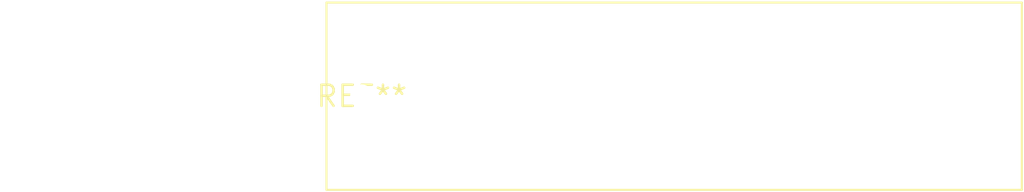
<source format=kicad_pcb>
(kicad_pcb (version 20240108) (generator pcbnew)
  (layers (0 "F.Cu" signal) (31 "B.Cu" signal) (34 "B.Paste" user) (35 "F.Paste" user) (36 "B.SilkS" user "B.Silkscreen") (37 "F.SilkS" user "F.Silkscreen") (38 "B.Mask" user) (39 "F.Mask" user) (44 "Edge.Cuts" user))
  (net 0 "")
  (footprint "C_Rect_L41.5mm_W11.0mm_P37.50mm_MKS4" (layer "F.Cu") (at 0 0)
    (property "Reference" "REF**")
    (property "Value" "C_Rect_L41.5mm_W11.0mm_P37.50mm_MKS4")
    (fp_line (start -2.12 -5.62) (end -2.12 5.62) (layer "F.SilkS") (stroke (width 0.12)))
    (fp_line (start -2.12 -5.62) (end 39.62 -5.62) (layer "F.SilkS") (stroke (width 0.12)))
    (fp_line (start -2.12 5.62) (end 39.62 5.62) (layer "F.SilkS") (stroke (width 0.12)))
    (fp_line (start 39.62 -5.62) (end 39.62 5.62) (layer "F.SilkS") (stroke (width 0.12)))
    (pad "1" thru_hole circle (at 0 0) (size 2.8 2.8) (drill 1.4) (layers *.Cu *.Mask) (remove_unused_layers))
    (pad "2" thru_hole circle (at 37.5 0) (size 2.8 2.8) (drill 1.4) (layers *.Cu *.Mask) (remove_unused_layers))
  )
)
</source>
